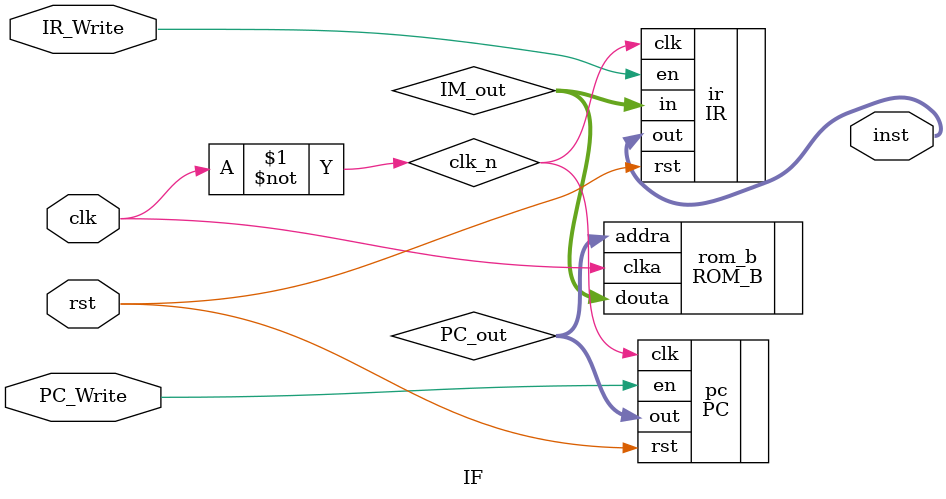
<source format=v>
`timescale 1ns / 1ps

module IF (
    rst,  //复位信号
    clk,  //整个取指令模块的时钟信号
    IR_Write,
    PC_Write,
    inst
);

  input rst;
  input clk;
  input IR_Write;
  input PC_Write;
  output [31:0] inst;


  assign clk_n = ~clk;
  wire [ 5:0] PC_out;
  wire [31:0] IM_out;


  PC pc (
      .rst(rst),
      .clk(clk_n),
      .en (PC_Write),
      .out(PC_out)
  );

  ROM_B rom_b (
      .clka (clk),
      .addra(PC_out),
      .douta(IM_out)
  );

  IR ir (
      .rst(rst),
      .clk(clk_n),
      .en (IR_Write),
      .in (IM_out),
      .out(inst)
  );


endmodule

</source>
